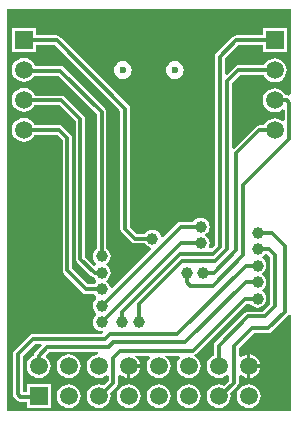
<source format=gbl>
%FSLAX44Y44*%
%MOMM*%
G71*
G01*
G75*
G04 Layer_Physical_Order=2*
G04 Layer_Color=16711680*
%ADD10R,1.2000X1.2000*%
%ADD11R,1.0000X1.3000*%
%ADD12R,2.0000X5.5000*%
%ADD13O,0.5000X1.6500*%
%ADD14O,1.6500X0.5000*%
%ADD15R,1.3000X1.0000*%
%ADD16R,2.0000X2.5000*%
%ADD17R,0.5000X2.3000*%
%ADD18C,0.3000*%
%ADD19C,0.4000*%
%ADD20C,0.2000*%
%ADD21C,1.5000*%
%ADD22R,1.5000X1.5000*%
%ADD23R,1.5000X1.5000*%
%ADD24C,0.6000*%
%ADD25C,1.0000*%
G36*
X245000Y274047D02*
X243596Y271946D01*
X243454Y271829D01*
X243252Y271869D01*
X241950Y272128D01*
X241950Y272128D01*
X240735D01*
X240335Y273093D01*
X238732Y275182D01*
X236643Y276785D01*
X234210Y277793D01*
X231600Y278136D01*
X228990Y277793D01*
X226557Y276785D01*
X224468Y275182D01*
X222865Y273093D01*
X221857Y270660D01*
X221514Y268050D01*
X221857Y265439D01*
X222865Y263007D01*
X224468Y260918D01*
X226557Y259315D01*
X228990Y258307D01*
X231600Y257964D01*
X234210Y258307D01*
X236643Y259315D01*
X238128Y260454D01*
X239922Y259570D01*
Y251130D01*
X238128Y250246D01*
X236643Y251385D01*
X234210Y252393D01*
X231600Y252736D01*
X228990Y252393D01*
X226557Y251385D01*
X224468Y249782D01*
X222865Y247693D01*
X222465Y246728D01*
X218650D01*
X218650Y246728D01*
X217348Y246469D01*
X217089Y246418D01*
X215766Y245534D01*
X215766Y245534D01*
X196926Y226694D01*
X195078Y227459D01*
Y282311D01*
X202139Y289372D01*
X222465D01*
X222865Y288407D01*
X224468Y286318D01*
X226557Y284715D01*
X228990Y283707D01*
X231600Y283364D01*
X234210Y283707D01*
X236643Y284715D01*
X238732Y286318D01*
X240335Y288407D01*
X241343Y290840D01*
X241686Y293450D01*
X241343Y296061D01*
X240335Y298493D01*
X238732Y300582D01*
X236643Y302185D01*
X234210Y303193D01*
X231600Y303536D01*
X228990Y303193D01*
X226557Y302185D01*
X224468Y300582D01*
X222865Y298493D01*
X222465Y297528D01*
X200450D01*
X200450Y297528D01*
X199148Y297269D01*
X198889Y297218D01*
X197566Y296334D01*
X190926Y289694D01*
X189078Y290459D01*
Y303311D01*
X200689Y314922D01*
X221600D01*
Y308850D01*
X241600D01*
Y328850D01*
X221600D01*
Y323078D01*
X199000D01*
X199000Y323078D01*
X197698Y322819D01*
X197439Y322768D01*
X196116Y321884D01*
X196116Y321884D01*
X182116Y307884D01*
X181232Y306561D01*
X181181Y306302D01*
X180922Y305000D01*
X180922Y305000D01*
Y145689D01*
X178167Y142934D01*
X176176Y143130D01*
X175768Y143741D01*
X176307Y145042D01*
X176565Y147000D01*
X176307Y148958D01*
X175551Y150782D01*
X174349Y152349D01*
X172782Y153551D01*
Y154449D01*
X174349Y155651D01*
X175551Y157218D01*
X176307Y159042D01*
X176565Y161000D01*
X176307Y162958D01*
X175551Y164782D01*
X174349Y166349D01*
X172782Y167551D01*
X170958Y168307D01*
X169000Y168565D01*
X167042Y168307D01*
X165218Y167551D01*
X163651Y166349D01*
X162676Y165078D01*
X152000D01*
X152000Y165078D01*
X150698Y164819D01*
X150439Y164768D01*
X149116Y163884D01*
X137241Y152009D01*
X135347Y152652D01*
X135307Y152958D01*
X134551Y154782D01*
X133349Y156349D01*
X131782Y157551D01*
X129958Y158307D01*
X128000Y158565D01*
X126042Y158307D01*
X124218Y157551D01*
X122651Y156349D01*
X121676Y155078D01*
X114689D01*
X109078Y160689D01*
Y261000D01*
X109078Y261000D01*
X108819Y262302D01*
X108768Y262561D01*
X107884Y263884D01*
X107884Y263884D01*
X49884Y321884D01*
X48561Y322768D01*
X48302Y322819D01*
X47000Y323078D01*
X47000Y323078D01*
X29050D01*
Y329200D01*
X9050D01*
Y309200D01*
X29050D01*
Y314922D01*
X45311D01*
X100922Y259311D01*
Y159000D01*
X100922Y159000D01*
X101181Y157698D01*
X101232Y157439D01*
X102116Y156116D01*
X110116Y148116D01*
D01*
X110116D01*
X110116Y148116D01*
X110116Y148116D01*
X110116D01*
D01*
X110116D01*
X110116Y148116D01*
Y148116D01*
X110116Y148116D01*
Y148116D01*
X111439Y147232D01*
X113000Y146922D01*
X121676D01*
X122651Y145651D01*
X124218Y144449D01*
X126042Y143693D01*
X126348Y143653D01*
X126991Y141759D01*
X94241Y109009D01*
X92347Y109652D01*
X92307Y109958D01*
X91551Y111782D01*
X90349Y113349D01*
X88782Y114551D01*
Y115449D01*
X90349Y116651D01*
X91551Y118218D01*
X92307Y120042D01*
X92565Y122000D01*
X92307Y123958D01*
X91551Y125782D01*
X90349Y127349D01*
X88782Y128551D01*
Y129449D01*
X90349Y130651D01*
X91551Y132218D01*
X92307Y134042D01*
X92565Y136000D01*
X92307Y137958D01*
X91551Y139782D01*
X90349Y141349D01*
X89078Y142324D01*
Y258000D01*
X89078Y258000D01*
X88819Y259302D01*
X88768Y259561D01*
X87884Y260884D01*
X87884Y260884D01*
X52884Y295884D01*
X51561Y296768D01*
X51302Y296819D01*
X50000Y297078D01*
X50000Y297078D01*
X28516D01*
X27785Y298843D01*
X26182Y300932D01*
X24093Y302535D01*
X21660Y303543D01*
X19050Y303886D01*
X16439Y303543D01*
X14007Y302535D01*
X11918Y300932D01*
X10315Y298843D01*
X9307Y296411D01*
X8964Y293800D01*
X9307Y291189D01*
X10315Y288757D01*
X11918Y286668D01*
X14007Y285065D01*
X16439Y284057D01*
X19050Y283714D01*
X21660Y284057D01*
X24093Y285065D01*
X26182Y286668D01*
X27785Y288757D01*
X27853Y288922D01*
X48311D01*
X80922Y256311D01*
Y142324D01*
X79651Y141349D01*
X78449Y139782D01*
X77693Y137958D01*
X77435Y136000D01*
X77693Y134042D01*
X78449Y132218D01*
X79651Y130651D01*
X80499Y130000D01*
Y128882D01*
X78651Y128116D01*
X71078Y135689D01*
Y252000D01*
X71078Y252000D01*
X70819Y253302D01*
X70768Y253561D01*
X69884Y254884D01*
X69884Y254884D01*
X53884Y270884D01*
X52561Y271768D01*
X52302Y271819D01*
X51000Y272078D01*
X51000Y272078D01*
X28350D01*
X27785Y273443D01*
X26182Y275532D01*
X24093Y277135D01*
X21660Y278143D01*
X19050Y278486D01*
X16439Y278143D01*
X14007Y277135D01*
X11918Y275532D01*
X10315Y273443D01*
X9307Y271010D01*
X8964Y268400D01*
X9307Y265790D01*
X10315Y263357D01*
X11918Y261268D01*
X14007Y259665D01*
X16439Y258657D01*
X19050Y258314D01*
X21660Y258657D01*
X24093Y259665D01*
X26182Y261268D01*
X27785Y263357D01*
X28019Y263922D01*
X49311D01*
X62922Y250311D01*
Y134000D01*
X62922Y134000D01*
X63181Y132698D01*
X63232Y132439D01*
X64116Y131116D01*
X64116Y131116D01*
X64116Y131116D01*
Y131116D01*
X76116Y119116D01*
X76116Y119116D01*
X77439Y118232D01*
X77439Y118232D01*
X77439Y118232D01*
D01*
X77439Y118232D01*
X77439Y118232D01*
X78618Y117998D01*
X79651Y116651D01*
X80499Y116000D01*
Y114000D01*
X79651Y113349D01*
X78676Y112078D01*
X73689D01*
X60078Y125689D01*
Y236000D01*
X59768Y237561D01*
X58884Y238884D01*
X51884Y245884D01*
X50561Y246768D01*
X50302Y246819D01*
X49000Y247078D01*
X49000Y247078D01*
X28185D01*
X27785Y248043D01*
X26182Y250132D01*
X24093Y251735D01*
X21660Y252743D01*
X19050Y253086D01*
X16439Y252743D01*
X14007Y251735D01*
X11918Y250132D01*
X10315Y248043D01*
X9307Y245611D01*
X8964Y243000D01*
X9307Y240389D01*
X10315Y237957D01*
X11918Y235868D01*
X14007Y234265D01*
X16439Y233257D01*
X19050Y232914D01*
X21660Y233257D01*
X24093Y234265D01*
X26182Y235868D01*
X27785Y237957D01*
X28185Y238922D01*
X47311D01*
X51922Y234311D01*
Y124000D01*
X51922Y124000D01*
X52181Y122698D01*
X52232Y122439D01*
X53116Y121116D01*
X53116Y121116D01*
X53116Y121116D01*
Y121116D01*
X69116Y105116D01*
X69116Y105116D01*
X70439Y104232D01*
X70698Y104181D01*
X72000Y103922D01*
X72000Y103922D01*
X78676D01*
X79651Y102651D01*
X80499Y102000D01*
Y100000D01*
X79651Y99349D01*
X78449Y97782D01*
X77693Y95958D01*
X77435Y94000D01*
X77693Y92042D01*
X78449Y90218D01*
X79651Y88651D01*
X80499Y88000D01*
Y86000D01*
X79651Y85349D01*
X78449Y83782D01*
X77693Y81958D01*
X77435Y80000D01*
X77693Y78042D01*
X78449Y76218D01*
X79651Y74651D01*
X81218Y73449D01*
X83042Y72693D01*
X85000Y72435D01*
X86139Y72585D01*
X86538Y71777D01*
X85482Y70078D01*
X27000D01*
X27000Y70078D01*
X25698Y69819D01*
X25439Y69768D01*
X24116Y68884D01*
X11116Y55884D01*
X10232Y54561D01*
X10181Y54302D01*
X9922Y53000D01*
X9922Y53000D01*
Y19000D01*
X9922Y19000D01*
X10181Y17698D01*
X10232Y17439D01*
X11116Y16116D01*
X11116Y16116D01*
X11116Y16116D01*
Y16116D01*
X13116Y14116D01*
X13116Y14116D01*
X14000Y13525D01*
X14439Y13232D01*
X16000Y12922D01*
X16000Y12922D01*
X21750D01*
Y7510D01*
X41750D01*
Y27510D01*
X21750D01*
Y21078D01*
X18078D01*
Y51311D01*
X28689Y61922D01*
X33541D01*
X34306Y60074D01*
X28866Y54634D01*
X27982Y53311D01*
X27931Y53052D01*
X27736Y52071D01*
X26707Y51645D01*
X24618Y50042D01*
X23015Y47953D01*
X22007Y45521D01*
X21664Y42910D01*
X22007Y40300D01*
X23015Y37867D01*
X24618Y35778D01*
X26707Y34175D01*
X29139Y33167D01*
X31750Y32824D01*
X34360Y33167D01*
X36793Y34175D01*
X38882Y35778D01*
X40485Y37867D01*
X41493Y40300D01*
X41836Y42910D01*
X41493Y45521D01*
X40485Y47953D01*
X38882Y50042D01*
X38347Y50453D01*
X38216Y52448D01*
X40689Y54922D01*
X56485D01*
X56616Y52926D01*
X56616Y52926D01*
X56616D01*
D01*
X54539Y52653D01*
X52107Y51645D01*
X50018Y50042D01*
X48415Y47953D01*
X47407Y45521D01*
X47064Y42910D01*
X47407Y40300D01*
X48415Y37867D01*
X50018Y35778D01*
X52107Y34175D01*
X54539Y33167D01*
X57150Y32824D01*
X59760Y33167D01*
X62193Y34175D01*
X64282Y35778D01*
X65885Y37867D01*
X66893Y40300D01*
X67236Y42910D01*
X66893Y45521D01*
X65885Y47953D01*
X64282Y50042D01*
X62193Y51645D01*
X59760Y52653D01*
X57684Y52926D01*
X57790Y54544D01*
X57815Y54922D01*
X81885D01*
X82016Y52926D01*
X79939Y52653D01*
X77507Y51645D01*
X75418Y50042D01*
X73815Y47953D01*
X72807Y45521D01*
X72464Y42910D01*
X72807Y40300D01*
X73815Y37867D01*
X75418Y35778D01*
X77507Y34175D01*
X79939Y33167D01*
X82550Y32824D01*
X85161Y33167D01*
X87593Y34175D01*
X89128Y35353D01*
X90922Y34468D01*
Y30649D01*
X86832Y26560D01*
X85161Y27253D01*
X82550Y27596D01*
X79939Y27253D01*
X77507Y26245D01*
X75418Y24642D01*
X73815Y22553D01*
X72807Y20120D01*
X72464Y17510D01*
X72807Y14899D01*
X73815Y12467D01*
X75418Y10378D01*
X77507Y8775D01*
X79939Y7767D01*
X82550Y7424D01*
X85161Y7767D01*
X87593Y8775D01*
X89682Y10378D01*
X91285Y12467D01*
X92293Y14899D01*
X92636Y17510D01*
X92293Y20120D01*
X92186Y20378D01*
X97884Y26076D01*
X98768Y27399D01*
X98819Y27658D01*
X99078Y28960D01*
X99078Y28960D01*
Y34443D01*
X100569Y35587D01*
X100872Y35736D01*
X102907Y34175D01*
X105339Y33167D01*
X106450Y33021D01*
Y42913D01*
X107948D01*
Y44410D01*
X117839D01*
X117693Y45521D01*
X116685Y47953D01*
X115082Y50042D01*
X112993Y51645D01*
X113048Y51922D01*
X124776D01*
X126218Y50042D01*
X124615Y47953D01*
X123607Y45521D01*
X123264Y42910D01*
X123607Y40300D01*
X124615Y37867D01*
X126218Y35778D01*
X128307Y34175D01*
X130739Y33167D01*
X133350Y32824D01*
X135961Y33167D01*
X138393Y34175D01*
X140482Y35778D01*
X142085Y37867D01*
X143093Y40300D01*
X143436Y42910D01*
X143093Y45521D01*
X142085Y47953D01*
X140482Y50042D01*
X138393Y51645D01*
X138448Y51922D01*
X150176D01*
X151618Y50042D01*
X150015Y47953D01*
X149007Y45521D01*
X148664Y42910D01*
X149007Y40300D01*
X150015Y37867D01*
X151618Y35778D01*
X153707Y34175D01*
X156139Y33167D01*
X158750Y32824D01*
X161360Y33167D01*
X163793Y34175D01*
X165882Y35778D01*
X167485Y37867D01*
X168493Y40300D01*
X168836Y42910D01*
X168493Y45521D01*
X167485Y47953D01*
X165882Y50042D01*
X163793Y51645D01*
X163270Y51862D01*
X163302Y52181D01*
X163561Y52232D01*
X164884Y53116D01*
X207689Y95922D01*
X210676D01*
X211651Y94651D01*
X213218Y93449D01*
X215042Y92693D01*
X217000Y92435D01*
X218958Y92693D01*
X220782Y93449D01*
X222349Y94651D01*
X223551Y96218D01*
X224307Y98042D01*
X224565Y100000D01*
X224307Y101958D01*
X223551Y103782D01*
X222349Y105349D01*
X220782Y106551D01*
Y107449D01*
X222349Y108651D01*
X223551Y110218D01*
X224307Y112042D01*
X224565Y114000D01*
X224307Y115958D01*
X223551Y117782D01*
X222349Y119349D01*
X220782Y120551D01*
Y121449D01*
X222349Y122651D01*
X223551Y124218D01*
X224307Y126042D01*
X224565Y128000D01*
X224307Y129958D01*
X223551Y131782D01*
X222349Y133349D01*
X220782Y134551D01*
Y135449D01*
X222349Y136651D01*
X223324Y137922D01*
X225311D01*
X227922Y135311D01*
Y95689D01*
X221311Y89078D01*
X209000D01*
X207439Y88768D01*
X206116Y87884D01*
X206116Y87884D01*
X181266Y63034D01*
X180382Y61711D01*
X180331Y61452D01*
X180072Y60150D01*
X180072Y60150D01*
Y52045D01*
X179107Y51645D01*
X177018Y50042D01*
X175415Y47953D01*
X174407Y45521D01*
X174064Y42910D01*
X174407Y40300D01*
X175415Y37867D01*
X177018Y35778D01*
X179107Y34175D01*
X181539Y33167D01*
X184150Y32824D01*
X186761Y33167D01*
X189193Y34175D01*
X191128Y35660D01*
X191991Y35234D01*
X192922Y34520D01*
Y30689D01*
X188687Y26455D01*
X186761Y27253D01*
X184150Y27596D01*
X181539Y27253D01*
X179107Y26245D01*
X177018Y24642D01*
X175415Y22553D01*
X174407Y20120D01*
X174064Y17510D01*
X174407Y14899D01*
X175415Y12467D01*
X177018Y10378D01*
X179107Y8775D01*
X181539Y7767D01*
X184150Y7424D01*
X186761Y7767D01*
X189193Y8775D01*
X191282Y10378D01*
X192885Y12467D01*
X193893Y14899D01*
X194236Y17510D01*
X193893Y20120D01*
X193891Y20124D01*
X199884Y26116D01*
X200768Y27439D01*
X201078Y29000D01*
X201078Y29000D01*
Y34545D01*
X202872Y35429D01*
X204507Y34175D01*
X206940Y33167D01*
X208050Y33021D01*
Y42908D01*
Y52799D01*
X206940Y52653D01*
X204507Y51645D01*
X202872Y50391D01*
X201078Y51275D01*
Y58311D01*
X213689Y70922D01*
X226000D01*
X226000Y70922D01*
X227302Y71181D01*
X227561Y71232D01*
X228884Y72116D01*
X228884Y72116D01*
X228884Y72116D01*
X242884Y86116D01*
X242884Y86116D01*
X243086Y86419D01*
X245000Y85838D01*
Y5000D01*
X5000D01*
Y345000D01*
X245000D01*
Y274047D01*
D02*
G37*
%LPC*%
G36*
X158750Y27596D02*
X156139Y27253D01*
X153707Y26245D01*
X151618Y24642D01*
X150015Y22553D01*
X149007Y20120D01*
X148664Y17510D01*
X149007Y14899D01*
X150015Y12467D01*
X151618Y10378D01*
X153707Y8775D01*
X156139Y7767D01*
X158750Y7424D01*
X161360Y7767D01*
X163793Y8775D01*
X165882Y10378D01*
X167485Y12467D01*
X168493Y14899D01*
X168836Y17510D01*
X168493Y20120D01*
X167485Y22553D01*
X165882Y24642D01*
X163793Y26245D01*
X161360Y27253D01*
X158750Y27596D01*
D02*
G37*
G36*
X209550D02*
X206940Y27253D01*
X204507Y26245D01*
X202418Y24642D01*
X200815Y22553D01*
X199807Y20120D01*
X199464Y17510D01*
X199807Y14899D01*
X200815Y12467D01*
X202418Y10378D01*
X204507Y8775D01*
X206940Y7767D01*
X209550Y7424D01*
X212160Y7767D01*
X214593Y8775D01*
X216682Y10378D01*
X218285Y12467D01*
X219293Y14899D01*
X219636Y17510D01*
X219293Y20120D01*
X218285Y22553D01*
X216682Y24642D01*
X214593Y26245D01*
X212160Y27253D01*
X209550Y27596D01*
D02*
G37*
G36*
X133350D02*
X130739Y27253D01*
X128307Y26245D01*
X126218Y24642D01*
X124615Y22553D01*
X123607Y20120D01*
X123264Y17510D01*
X123607Y14899D01*
X124615Y12467D01*
X126218Y10378D01*
X128307Y8775D01*
X130739Y7767D01*
X133350Y7424D01*
X135961Y7767D01*
X138393Y8775D01*
X140482Y10378D01*
X142085Y12467D01*
X143093Y14899D01*
X143436Y17510D01*
X143093Y20120D01*
X142085Y22553D01*
X140482Y24642D01*
X138393Y26245D01*
X135961Y27253D01*
X133350Y27596D01*
D02*
G37*
G36*
X57150D02*
X54539Y27253D01*
X52107Y26245D01*
X50018Y24642D01*
X48415Y22553D01*
X47407Y20120D01*
X47064Y17510D01*
X47407Y14899D01*
X48415Y12467D01*
X50018Y10378D01*
X52107Y8775D01*
X54539Y7767D01*
X57150Y7424D01*
X59760Y7767D01*
X62193Y8775D01*
X64282Y10378D01*
X65885Y12467D01*
X66893Y14899D01*
X67236Y17510D01*
X66893Y20120D01*
X65885Y22553D01*
X64282Y24642D01*
X62193Y26245D01*
X59760Y27253D01*
X57150Y27596D01*
D02*
G37*
G36*
X107950D02*
X105339Y27253D01*
X102907Y26245D01*
X100818Y24642D01*
X99215Y22553D01*
X98207Y20120D01*
X97864Y17510D01*
X98207Y14899D01*
X99215Y12467D01*
X100818Y10378D01*
X102907Y8775D01*
X105339Y7767D01*
X107950Y7424D01*
X110561Y7767D01*
X112993Y8775D01*
X115082Y10378D01*
X116685Y12467D01*
X117693Y14899D01*
X118036Y17510D01*
X117693Y20120D01*
X116685Y22553D01*
X115082Y24642D01*
X112993Y26245D01*
X110561Y27253D01*
X107950Y27596D01*
D02*
G37*
G36*
X103001Y301235D02*
X101043Y300977D01*
X99219Y300221D01*
X97652Y299019D01*
X96450Y297452D01*
X95694Y295628D01*
X95436Y293670D01*
X95694Y291712D01*
X96450Y289888D01*
X97652Y288321D01*
X99219Y287119D01*
X101043Y286363D01*
X103001Y286105D01*
X104959Y286363D01*
X106783Y287119D01*
X108350Y288321D01*
X109552Y289888D01*
X110308Y291712D01*
X110566Y293670D01*
X110308Y295628D01*
X109552Y297452D01*
X108350Y299019D01*
X106783Y300221D01*
X104959Y300977D01*
X103001Y301235D01*
D02*
G37*
G36*
X147000D02*
X145042Y300977D01*
X143218Y300221D01*
X141651Y299019D01*
X140449Y297452D01*
X139693Y295628D01*
X139435Y293670D01*
X139693Y291712D01*
X140449Y289888D01*
X141651Y288321D01*
X143218Y287119D01*
X145042Y286363D01*
X147000Y286105D01*
X148958Y286363D01*
X150782Y287119D01*
X152349Y288321D01*
X153551Y289888D01*
X154307Y291712D01*
X154565Y293670D01*
X154307Y295628D01*
X153551Y297452D01*
X152349Y299019D01*
X150782Y300221D01*
X148958Y300977D01*
X147000Y301235D01*
D02*
G37*
G36*
X211050Y52799D02*
Y44410D01*
X219439D01*
X219293Y45521D01*
X218285Y47953D01*
X216682Y50042D01*
X214593Y51645D01*
X212160Y52653D01*
X211050Y52799D01*
D02*
G37*
G36*
X117839Y41410D02*
X109450D01*
Y33021D01*
X110561Y33167D01*
X112993Y34175D01*
X115082Y35778D01*
X116685Y37867D01*
X117693Y40300D01*
X117839Y41410D01*
D02*
G37*
G36*
X219439D02*
X211050D01*
Y33021D01*
X212160Y33167D01*
X214593Y34175D01*
X216682Y35778D01*
X218285Y37867D01*
X219293Y40300D01*
X219439Y41410D01*
D02*
G37*
%LPD*%
D18*
X216500Y128500D02*
X217000Y128000D01*
X14000Y19000D02*
Y53000D01*
X83050Y17010D02*
X95000Y28960D01*
X31750Y42910D02*
Y51750D01*
X39000Y59000D01*
X14000Y53000D02*
X27000Y66000D01*
X39000Y59000D02*
X91000D01*
X27000Y66000D02*
X88000D01*
X85000Y94000D02*
X152000Y161000D01*
X169000D01*
X232000Y94000D02*
Y137000D01*
X227000Y142000D02*
X232000Y137000D01*
X217000Y142000D02*
X227000D01*
X209000Y85000D02*
X223000D01*
X232000Y94000D01*
X197000Y60000D02*
X212000Y75000D01*
X226000D01*
X240000Y89000D01*
Y145000D01*
X229000Y156000D02*
X240000Y145000D01*
X217000Y156000D02*
X229000D01*
X206000Y100000D02*
X217000D01*
X207000Y114000D02*
X217000D01*
X207000Y128000D02*
X217000D01*
X72000Y108000D02*
X85000D01*
X56000Y124000D02*
X72000Y108000D01*
X56000Y124000D02*
Y236000D01*
X79000Y122000D02*
X85000D01*
X67000Y134000D02*
X79000Y122000D01*
X67000Y134000D02*
Y252000D01*
X85000Y136000D02*
Y258000D01*
X113000Y151000D02*
X128000D01*
X19050Y243000D02*
X49000D01*
X56000Y236000D01*
X51000Y268000D02*
X67000Y252000D01*
X20050Y268000D02*
X51000D01*
X19050Y269000D02*
X20050Y268000D01*
X19050Y293000D02*
X50000D01*
X85000Y258000D01*
X19050Y319000D02*
X47000D01*
X162000Y56000D02*
X206000Y100000D01*
X91000Y59000D02*
X95000Y63000D01*
X156000D01*
X207000Y114000D01*
X88000Y66000D02*
X92000Y70000D01*
X149000D01*
X207000Y128000D01*
X185000Y144000D02*
Y305000D01*
X117000Y80000D02*
Y95929D01*
X191000Y142000D02*
Y284000D01*
X102000Y80000D02*
Y89000D01*
X117000Y95929D02*
X153071Y132000D01*
X181000D01*
X191000Y142000D01*
Y284000D02*
X200450Y293450D01*
X231600D01*
X185000Y305000D02*
X199000Y319000D01*
X231600D01*
X171000Y122000D02*
X180000D01*
X218650Y242650D02*
X231600D01*
X157000Y114000D02*
Y122000D01*
X231600Y268050D02*
X241950D01*
X244000Y235000D02*
Y266000D01*
X241950Y268050D02*
X244000Y266000D01*
X205000Y137000D02*
Y196000D01*
X244000Y235000D01*
X180000Y122000D02*
X199000Y141000D01*
Y223000D01*
X218650Y242650D01*
X102000Y89000D02*
X151000Y138000D01*
X179000D01*
X185000Y144000D01*
X85000Y80000D02*
X152000Y147000D01*
X167000D01*
X168000Y146000D01*
X169000D01*
X157000Y114000D02*
X160000Y111000D01*
X179000D01*
X205000Y137000D01*
X14000Y19000D02*
X16000Y17000D01*
X31260D01*
X31750Y16510D01*
X184150Y41910D02*
Y60150D01*
X209000Y85000D01*
X184150Y16510D02*
X184510D01*
X197000Y29000D01*
Y60000D01*
X95000Y28960D02*
Y50000D01*
X101000Y56000D01*
X162000D01*
X105000Y159000D02*
X113000Y151000D01*
X105000Y159000D02*
Y261000D01*
X47000Y319000D02*
X105000Y261000D01*
D21*
X209550Y42910D02*
D03*
Y17510D02*
D03*
X184150Y42910D02*
D03*
Y17510D02*
D03*
X158750Y42910D02*
D03*
Y17510D02*
D03*
X133350Y42910D02*
D03*
Y17510D02*
D03*
X107950Y42910D02*
D03*
Y17510D02*
D03*
X82550Y42910D02*
D03*
Y17510D02*
D03*
X57150Y42910D02*
D03*
Y17510D02*
D03*
X31750Y42910D02*
D03*
X19050Y243000D02*
D03*
Y268400D02*
D03*
Y293800D02*
D03*
X231600Y242650D02*
D03*
Y268050D02*
D03*
Y293450D02*
D03*
D22*
X31750Y17510D02*
D03*
D23*
X19050Y319200D02*
D03*
X231600Y318850D02*
D03*
D24*
X103001Y293670D02*
D03*
X147000D02*
D03*
D25*
X36000Y154000D02*
D03*
X217000Y156000D02*
D03*
Y142000D02*
D03*
Y128000D02*
D03*
Y114000D02*
D03*
Y100000D02*
D03*
X169000Y147000D02*
D03*
Y161000D02*
D03*
X85000Y80000D02*
D03*
Y94000D02*
D03*
X128000Y151000D02*
D03*
X85000Y136000D02*
D03*
Y122000D02*
D03*
Y108000D02*
D03*
X157000Y122000D02*
D03*
X171000D02*
D03*
X102000Y80000D02*
D03*
X117000D02*
D03*
X118000Y288000D02*
D03*
X95000Y244000D02*
D03*
M02*

</source>
